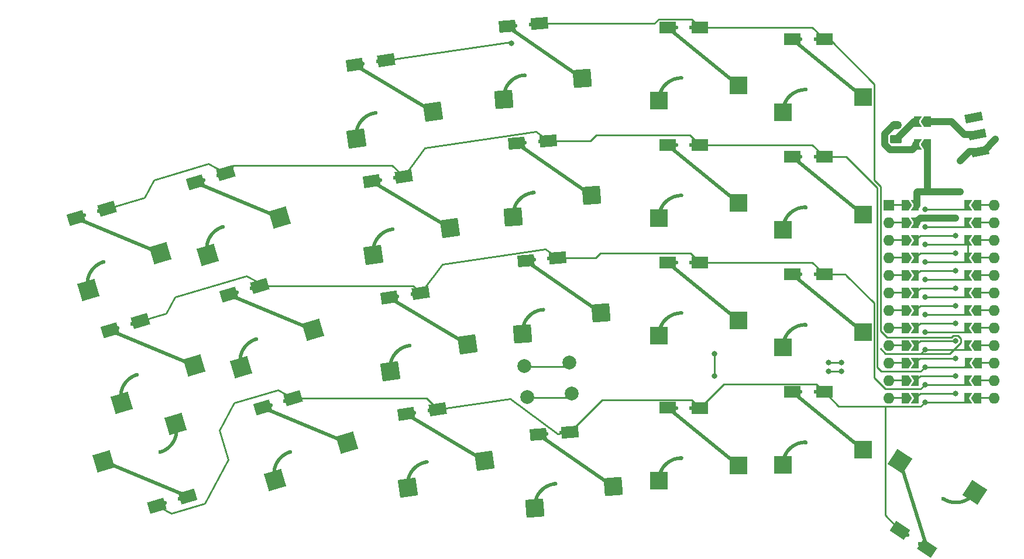
<source format=gbr>
%TF.GenerationSoftware,KiCad,Pcbnew,6.0.11-2627ca5db0~126~ubuntu22.04.1*%
%TF.CreationDate,2023-05-24T00:13:44-05:00*%
%TF.ProjectId,pcb,7063622e-6b69-4636-9164-5f7063625858,rev?*%
%TF.SameCoordinates,Original*%
%TF.FileFunction,Copper,L1,Top*%
%TF.FilePolarity,Positive*%
%FSLAX46Y46*%
G04 Gerber Fmt 4.6, Leading zero omitted, Abs format (unit mm)*
G04 Created by KiCad (PCBNEW 6.0.11-2627ca5db0~126~ubuntu22.04.1) date 2023-05-24 00:13:44*
%MOMM*%
%LPD*%
G01*
G04 APERTURE LIST*
G04 Aperture macros list*
%AMRoundRect*
0 Rectangle with rounded corners*
0 $1 Rounding radius*
0 $2 $3 $4 $5 $6 $7 $8 $9 X,Y pos of 4 corners*
0 Add a 4 corners polygon primitive as box body*
4,1,4,$2,$3,$4,$5,$6,$7,$8,$9,$2,$3,0*
0 Add four circle primitives for the rounded corners*
1,1,$1+$1,$2,$3*
1,1,$1+$1,$4,$5*
1,1,$1+$1,$6,$7*
1,1,$1+$1,$8,$9*
0 Add four rect primitives between the rounded corners*
20,1,$1+$1,$2,$3,$4,$5,0*
20,1,$1+$1,$4,$5,$6,$7,0*
20,1,$1+$1,$6,$7,$8,$9,0*
20,1,$1+$1,$8,$9,$2,$3,0*%
%AMRotRect*
0 Rectangle, with rotation*
0 The origin of the aperture is its center*
0 $1 length*
0 $2 width*
0 $3 Rotation angle, in degrees counterclockwise*
0 Add horizontal line*
21,1,$1,$2,0,0,$3*%
%AMFreePoly0*
4,1,11,-9.025000,7.692620,-1.188613,1.300000,1.300000,1.300000,1.300000,-1.300000,-1.300000,-1.300000,-1.300000,0.730114,-9.616019,7.514000,-11.418000,7.514000,-11.418000,9.214000,-9.025000,9.214000,-9.025000,7.692620,-9.025000,7.692620,$1*%
%AMFreePoly1*
4,1,39,3.372967,3.511513,3.456019,3.456019,3.511513,3.372967,3.531000,3.275000,3.511513,3.177033,3.456019,3.093981,3.372967,3.038487,3.275000,3.019000,3.258515,3.022279,2.958996,3.006582,2.646453,2.957080,2.340797,2.875180,2.045377,2.761779,1.763428,2.618119,1.498041,2.445774,1.252122,2.246633,1.028367,2.022878,0.829226,1.776959,0.656881,1.511572,0.549080,1.300000,
1.300000,1.300000,1.300000,-1.300000,-1.300000,-1.300000,-1.300000,1.300000,-0.005558,1.300000,0.012781,1.351255,0.160936,1.664502,0.339081,1.961718,0.545500,2.240043,0.778206,2.496794,1.034957,2.729500,1.313282,2.935919,1.610498,3.114064,1.923745,3.262219,2.250005,3.378956,2.586136,3.463153,2.928901,3.513997,3.275000,3.531000,3.372967,3.511513,3.372967,3.511513,
$1*%
%AMFreePoly2*
4,1,15,0.500000,0.127000,2.540000,0.127000,2.576070,0.121770,2.636138,0.082984,2.665733,0.017894,2.655473,-0.052868,2.608611,-0.106872,2.540000,-0.127000,0.500000,-0.127000,0.500000,-0.750000,-0.500000,-0.750000,-1.000000,0.000000,-0.500000,0.750000,0.500000,0.750000,0.500000,0.127000,0.500000,0.127000,$1*%
%AMFreePoly3*
4,1,6,0.150000,0.000000,0.650000,-0.750000,-0.500000,-0.750000,-0.500000,0.750000,0.650000,0.750000,0.150000,0.000000,0.150000,0.000000,$1*%
%AMFreePoly4*
4,1,6,1.000000,0.000000,0.500000,-0.750000,-0.500000,-0.750000,-0.500000,0.750000,0.500000,0.750000,1.000000,0.000000,1.000000,0.000000,$1*%
%AMFreePoly5*
4,1,6,0.500000,-0.750000,-0.650000,-0.750000,-0.150000,0.000000,-0.650000,0.750000,0.500000,0.750000,0.500000,-0.750000,0.500000,-0.750000,$1*%
G04 Aperture macros list end*
%TA.AperFunction,SMDPad,CuDef*%
%ADD10FreePoly0,0.000000*%
%TD*%
%TA.AperFunction,ComponentPad*%
%ADD11C,0.600000*%
%TD*%
%TA.AperFunction,SMDPad,CuDef*%
%ADD12FreePoly1,0.000000*%
%TD*%
%TA.AperFunction,SMDPad,CuDef*%
%ADD13R,2.456000X1.700000*%
%TD*%
%TA.AperFunction,SMDPad,CuDef*%
%ADD14FreePoly0,146.600000*%
%TD*%
%TA.AperFunction,SMDPad,CuDef*%
%ADD15FreePoly1,146.600000*%
%TD*%
%TA.AperFunction,SMDPad,CuDef*%
%ADD16RotRect,2.456000X1.700000X146.600000*%
%TD*%
%TA.AperFunction,ComponentPad*%
%ADD17O,1.600000X1.600000*%
%TD*%
%TA.AperFunction,SMDPad,CuDef*%
%ADD18FreePoly2,0.000000*%
%TD*%
%TA.AperFunction,SMDPad,CuDef*%
%ADD19FreePoly2,180.000000*%
%TD*%
%TA.AperFunction,ComponentPad*%
%ADD20R,1.600000X1.600000*%
%TD*%
%TA.AperFunction,SMDPad,CuDef*%
%ADD21FreePoly3,0.000000*%
%TD*%
%TA.AperFunction,SMDPad,CuDef*%
%ADD22FreePoly3,180.000000*%
%TD*%
%TA.AperFunction,SMDPad,CuDef*%
%ADD23RotRect,1.250000X2.500000X101.200000*%
%TD*%
%TA.AperFunction,SMDPad,CuDef*%
%ADD24FreePoly0,4.470000*%
%TD*%
%TA.AperFunction,SMDPad,CuDef*%
%ADD25FreePoly1,4.470000*%
%TD*%
%TA.AperFunction,SMDPad,CuDef*%
%ADD26RotRect,2.456000X1.700000X4.470000*%
%TD*%
%TA.AperFunction,SMDPad,CuDef*%
%ADD27FreePoly0,16.600000*%
%TD*%
%TA.AperFunction,SMDPad,CuDef*%
%ADD28FreePoly1,16.600000*%
%TD*%
%TA.AperFunction,SMDPad,CuDef*%
%ADD29RotRect,2.456000X1.700000X16.600000*%
%TD*%
%TA.AperFunction,SMDPad,CuDef*%
%ADD30FreePoly0,8.360000*%
%TD*%
%TA.AperFunction,SMDPad,CuDef*%
%ADD31FreePoly1,8.360000*%
%TD*%
%TA.AperFunction,SMDPad,CuDef*%
%ADD32RotRect,2.456000X1.700000X8.360000*%
%TD*%
%TA.AperFunction,ComponentPad*%
%ADD33RoundRect,0.250000X0.625000X-0.350000X0.625000X0.350000X-0.625000X0.350000X-0.625000X-0.350000X0*%
%TD*%
%TA.AperFunction,ComponentPad*%
%ADD34O,1.750000X1.200000*%
%TD*%
%TA.AperFunction,SMDPad,CuDef*%
%ADD35FreePoly0,196.600000*%
%TD*%
%TA.AperFunction,SMDPad,CuDef*%
%ADD36FreePoly1,196.600000*%
%TD*%
%TA.AperFunction,SMDPad,CuDef*%
%ADD37RotRect,2.456000X1.700000X196.600000*%
%TD*%
%TA.AperFunction,SMDPad,CuDef*%
%ADD38FreePoly4,180.000000*%
%TD*%
%TA.AperFunction,SMDPad,CuDef*%
%ADD39FreePoly5,180.000000*%
%TD*%
%TA.AperFunction,ComponentPad*%
%ADD40C,2.000000*%
%TD*%
%TA.AperFunction,ViaPad*%
%ADD41C,0.800000*%
%TD*%
%TA.AperFunction,Conductor*%
%ADD42C,0.250000*%
%TD*%
%TA.AperFunction,Conductor*%
%ADD43C,1.000000*%
%TD*%
G04 APERTURE END LIST*
D10*
%TO.P,K40,*%
%TO.N,*%
X170120299Y-113808528D03*
D11*
X161095299Y-105444528D03*
%TO.P,K40,1,A*%
%TO.N,Col4*%
X161845299Y-112733528D03*
D12*
X158570299Y-116008528D03*
D13*
%TO.P,K40,2,B*%
%TO.N,Row0*%
X164523299Y-105444528D03*
D11*
X163295299Y-105444528D03*
%TD*%
%TO.P,K50,*%
%TO.N,*%
X179095307Y-103154977D03*
D10*
X188120307Y-111518977D03*
D11*
%TO.P,K50,1,A*%
%TO.N,Col5*%
X179845307Y-110443977D03*
D12*
X176570307Y-113718977D03*
D13*
%TO.P,K50,2,B*%
%TO.N,Row0*%
X182523307Y-103154977D03*
D11*
X181295307Y-103154977D03*
%TD*%
D14*
%TO.P,K60,*%
%TO.N,*%
X193453665Y-113150804D03*
D11*
X196383946Y-125101561D03*
%TO.P,K60,1,A*%
%TO.N,Col6*%
X199770264Y-118603494D03*
D15*
X204307215Y-117672192D03*
D16*
%TO.P,K60,2,B*%
%TO.N,Row0*%
X193522087Y-123214513D03*
D11*
X194547280Y-123890503D03*
%TD*%
D17*
%TO.P,U1,*%
%TO.N,*%
X191848922Y-96463170D03*
D18*
X204728922Y-91383170D03*
D17*
X207088922Y-101543170D03*
D18*
X204728922Y-83763170D03*
D17*
X191848922Y-93923170D03*
D18*
X204728922Y-96463170D03*
D19*
X194208922Y-104083170D03*
X194208922Y-91383170D03*
D17*
X207088922Y-83763170D03*
D18*
X204728922Y-88843170D03*
D19*
X194208922Y-76143170D03*
D18*
X204728922Y-81223170D03*
D19*
X194219247Y-86290829D03*
D18*
X204802922Y-99003170D03*
D17*
X207088922Y-99003170D03*
X191848922Y-101543170D03*
X191848922Y-86303170D03*
D19*
X194208922Y-83763170D03*
D18*
X204728922Y-78683170D03*
D17*
X191848922Y-78683170D03*
X207088922Y-91383170D03*
X191848922Y-104083170D03*
D19*
X194211122Y-99003170D03*
D17*
X207088922Y-78683170D03*
D19*
X194208922Y-78683170D03*
D20*
X191848922Y-76143170D03*
D19*
X194208922Y-88843170D03*
D17*
X207088922Y-104083170D03*
X207088922Y-81223170D03*
D18*
X204728922Y-76143170D03*
D17*
X191848922Y-81223170D03*
X207088922Y-96463170D03*
D18*
X204728922Y-86303170D03*
D19*
X194208922Y-81223170D03*
D17*
X191848922Y-99003170D03*
D18*
X204728922Y-93923170D03*
D19*
X194208922Y-93923170D03*
D17*
X207088922Y-86303170D03*
X207088922Y-93923170D03*
D18*
X204728922Y-104083170D03*
D17*
X191848922Y-83763170D03*
X191848922Y-88843170D03*
X191848922Y-91383170D03*
X207088922Y-88843170D03*
X207088922Y-76143170D03*
D18*
X204728922Y-101543170D03*
D19*
X194208922Y-96463170D03*
X194208922Y-101543170D03*
D21*
%TO.P,U1,1,TX0/P0.06*%
%TO.N,unconnected-(U1-Pad1)*%
X203278922Y-76143170D03*
%TO.P,U1,2,RX1/P0.08*%
%TO.N,unconnected-(U1-Pad2)*%
X203278922Y-78683170D03*
%TO.P,U1,3,GND*%
%TO.N,GND*%
X203278922Y-81223170D03*
%TO.P,U1,4,GND*%
X203278922Y-83763170D03*
%TO.P,U1,5,P0.17*%
%TO.N,unconnected-(U1-Pad5)*%
X203278922Y-86303170D03*
%TO.P,U1,6,P0.20*%
%TO.N,unconnected-(U1-Pad6)*%
X203278922Y-88843170D03*
%TO.P,U1,7,P0.22*%
%TO.N,unconnected-(U1-Pad7)*%
X203278922Y-91383170D03*
%TO.P,U1,8,P0.24*%
%TO.N,unconnected-(U1-Pad8)*%
X203278922Y-93923170D03*
%TO.P,U1,9,P1.00*%
%TO.N,Row3*%
X203278922Y-96463170D03*
%TO.P,U1,10,P0.11*%
%TO.N,Row2*%
X203355122Y-99003170D03*
%TO.P,U1,11,P1.04*%
%TO.N,Row1*%
X203278922Y-101543170D03*
%TO.P,U1,12,P1.06*%
%TO.N,Row0*%
X203278922Y-104083170D03*
D22*
%TO.P,U1,13,NFC1/P0.09*%
%TO.N,unconnected-(U1-Pad13)*%
X195658922Y-104083170D03*
%TO.P,U1,14,NFC2/P0.10*%
%TO.N,Col6*%
X195658922Y-101543170D03*
%TO.P,U1,15,P1.11*%
%TO.N,Col0*%
X195658922Y-99003170D03*
%TO.P,U1,16,P1.13*%
%TO.N,Col1*%
X195658922Y-96463170D03*
%TO.P,U1,17,P1.15*%
%TO.N,Col2*%
X195658922Y-93923170D03*
%TO.P,U1,18,AIN0/P0.02*%
%TO.N,Col3*%
X195658922Y-91383170D03*
%TO.P,U1,19,AIN5/P0.29*%
%TO.N,Col4*%
X195658922Y-88843170D03*
%TO.P,U1,20,AIN7/P0.31*%
%TO.N,Col5*%
X195669247Y-86290829D03*
%TO.P,U1,21,VCC*%
%TO.N,unconnected-(U1-Pad21)*%
X195658922Y-83763170D03*
%TO.P,U1,22,RST*%
%TO.N,Net-(U1-Pad22)*%
X195658922Y-81223170D03*
%TO.P,U1,23,GND*%
%TO.N,GND*%
X195658922Y-78683170D03*
%TO.P,U1,24,BATIN/P0.04*%
%TO.N,Net-(U1-Pad24)*%
X195658922Y-76143170D03*
%TD*%
D23*
%TO.P,SW2,1,A*%
%TO.N,GND*%
X205100838Y-68275471D03*
%TO.P,SW2,2,B*%
%TO.N,Net-(SW2-Pad2)*%
X204615252Y-65823083D03*
%TO.P,SW2,3,C*%
%TO.N,unconnected-(SW2-Pad3)*%
X204129666Y-63370696D03*
%TD*%
D24*
%TO.P,K31,*%
%TO.N,*%
X150177118Y-91654786D03*
D11*
X140527704Y-84019609D03*
D25*
%TO.P,K31,1,A*%
%TO.N,Col3*%
X138833711Y-94748268D03*
D11*
X141843506Y-91227985D03*
D26*
%TO.P,K31,2,B*%
%TO.N,Row1*%
X143945276Y-83752441D03*
D11*
X142721012Y-83848148D03*
%TD*%
%TO.P,K02,*%
%TO.N,*%
X75448339Y-77576452D03*
D27*
X86486698Y-83013524D03*
D28*
%TO.P,K02,1,A*%
%TO.N,Col0*%
X76046586Y-88421535D03*
D11*
X78249463Y-84347399D03*
%TO.P,K02,2,B*%
%TO.N,Row2*%
X77556649Y-76947938D03*
D29*
X78733469Y-76597112D03*
%TD*%
D10*
%TO.P,K43,*%
%TO.N,*%
X170120298Y-58748527D03*
D11*
X161095298Y-50384527D03*
D12*
%TO.P,K43,1,A*%
%TO.N,Col4*%
X158570298Y-60948527D03*
D11*
X161845298Y-57673527D03*
D13*
%TO.P,K43,2,B*%
%TO.N,Row3*%
X164523298Y-50384527D03*
D11*
X163295298Y-50384527D03*
%TD*%
%TO.P,K21,*%
%TO.N,*%
X120735051Y-89314527D03*
D30*
X130880214Y-96277486D03*
D11*
%TO.P,K21,1,A*%
%TO.N,Col2*%
X122536847Y-96417031D03*
D31*
X119772806Y-100133391D03*
D32*
%TO.P,K21,2,B*%
%TO.N,Row1*%
X124126625Y-88816122D03*
D11*
X122911674Y-88994664D03*
%TD*%
D10*
%TO.P,K53,*%
%TO.N,*%
X188120307Y-60458976D03*
D11*
X179095307Y-52094976D03*
%TO.P,K53,1,A*%
%TO.N,Col5*%
X179845307Y-59383976D03*
D12*
X176570307Y-62658976D03*
D13*
%TO.P,K53,2,B*%
%TO.N,Row3*%
X182523307Y-52094976D03*
D11*
X181295307Y-52094976D03*
%TD*%
%TO.P,K22,*%
%TO.N,*%
X118260472Y-72475381D03*
D30*
X128405635Y-79438340D03*
D11*
%TO.P,K22,1,A*%
%TO.N,Col2*%
X120062268Y-79577885D03*
D31*
X117298227Y-83294245D03*
D32*
%TO.P,K22,2,B*%
%TO.N,Row2*%
X121652046Y-71976976D03*
D11*
X120437095Y-72155518D03*
%TD*%
%TO.P,K01,*%
%TO.N,*%
X80310755Y-93887102D03*
D27*
X91349114Y-99324174D03*
D11*
%TO.P,K01,1,A*%
%TO.N,Col0*%
X83111879Y-100658049D03*
D28*
X80909002Y-104732185D03*
D29*
%TO.P,K01,2,B*%
%TO.N,Row1*%
X83595885Y-92907762D03*
D11*
X82419065Y-93258588D03*
%TD*%
%TO.P,K42,*%
%TO.N,*%
X161095299Y-67404528D03*
D10*
X170120299Y-75768528D03*
D12*
%TO.P,K42,1,A*%
%TO.N,Col4*%
X158570299Y-77968528D03*
D11*
X161845299Y-74693528D03*
%TO.P,K42,2,B*%
%TO.N,Row2*%
X163295299Y-67404528D03*
D13*
X164523299Y-67404528D03*
%TD*%
D11*
%TO.P,K12,*%
%TO.N,*%
X92698145Y-72434062D03*
D27*
X103736504Y-77871134D03*
D11*
%TO.P,K12,1,A*%
%TO.N,Col1*%
X95499269Y-79205009D03*
D28*
X93296392Y-83279145D03*
D11*
%TO.P,K12,2,B*%
%TO.N,Row2*%
X94806455Y-71805548D03*
D29*
X95983275Y-71454722D03*
%TD*%
D33*
%TO.P,J1,1,Pin_1*%
%TO.N,Net-(J1-Pad1)*%
X192876000Y-66532000D03*
D34*
%TO.P,J1,2,Pin_2*%
%TO.N,Net-(J1-Pad2)*%
X192876000Y-64532000D03*
%TD*%
D11*
%TO.P,K41,*%
%TO.N,*%
X161095300Y-84424528D03*
D10*
X170120300Y-92788528D03*
D11*
%TO.P,K41,1,A*%
%TO.N,Col4*%
X161845300Y-91713528D03*
D12*
X158570300Y-94988528D03*
D11*
%TO.P,K41,2,B*%
%TO.N,Row1*%
X163295300Y-84424528D03*
D13*
X164523300Y-84424528D03*
%TD*%
D27*
%TO.P,K11,*%
%TO.N,*%
X108598920Y-94181784D03*
D11*
X97560561Y-88744712D03*
D28*
%TO.P,K11,1,A*%
%TO.N,Col1*%
X98158808Y-99589795D03*
D11*
X100361685Y-95515659D03*
%TO.P,K11,2,B*%
%TO.N,Row1*%
X99668871Y-88116198D03*
D29*
X100845691Y-87765372D03*
%TD*%
D11*
%TO.P,K51,*%
%TO.N,*%
X179095307Y-86134978D03*
D10*
X188120307Y-94498978D03*
D11*
%TO.P,K51,1,A*%
%TO.N,Col5*%
X179845307Y-93423978D03*
D12*
X176570307Y-96698978D03*
D11*
%TO.P,K51,2,B*%
%TO.N,Row1*%
X181295307Y-86134978D03*
D13*
X182523307Y-86134978D03*
%TD*%
D24*
%TO.P,K33,*%
%TO.N,*%
X147524138Y-57718327D03*
D11*
X137874724Y-50083150D03*
%TO.P,K33,1,A*%
%TO.N,Col3*%
X139190526Y-57291526D03*
D25*
X136180731Y-60811809D03*
D26*
%TO.P,K33,2,B*%
%TO.N,Row3*%
X141292296Y-49815982D03*
D11*
X140068032Y-49911689D03*
%TD*%
D35*
%TO.P,K00,*%
%TO.N,*%
X78208628Y-113175548D03*
D11*
X89246987Y-118612620D03*
D36*
%TO.P,K00,1,A*%
%TO.N,Col0*%
X88648740Y-107767537D03*
D11*
X86445863Y-111841673D03*
D37*
%TO.P,K00,2,B*%
%TO.N,Row0*%
X85961857Y-119591960D03*
D11*
X87138677Y-119241134D03*
%TD*%
D38*
%TO.P,JP4,1,A*%
%TO.N,Net-(U1-Pad24)*%
X197458940Y-67285120D03*
D39*
%TO.P,JP4,2,B*%
%TO.N,Net-(J1-Pad2)*%
X196008940Y-67285120D03*
%TD*%
D30*
%TO.P,K20,*%
%TO.N,*%
X133354791Y-113116634D03*
D11*
X123209628Y-106153675D03*
D31*
%TO.P,K20,1,A*%
%TO.N,Col2*%
X122247383Y-116972539D03*
D11*
X125011424Y-113256179D03*
D32*
%TO.P,K20,2,B*%
%TO.N,Row0*%
X126601202Y-105655270D03*
D11*
X125386251Y-105833812D03*
%TD*%
%TO.P,K32,*%
%TO.N,*%
X139201215Y-67051379D03*
D24*
X148850629Y-74686556D03*
D11*
%TO.P,K32,1,A*%
%TO.N,Col3*%
X140517017Y-74259755D03*
D25*
X137507222Y-77780038D03*
D26*
%TO.P,K32,2,B*%
%TO.N,Row2*%
X142618787Y-66784211D03*
D11*
X141394523Y-66879918D03*
%TD*%
%TO.P,K23,*%
%TO.N,*%
X115785894Y-55636235D03*
D30*
X125931057Y-62599194D03*
D11*
%TO.P,K23,1,A*%
%TO.N,Col2*%
X117587690Y-62738739D03*
D31*
X114823649Y-66455099D03*
D32*
%TO.P,K23,2,B*%
%TO.N,Row3*%
X119177468Y-55137830D03*
D11*
X117962517Y-55316372D03*
%TD*%
%TO.P,K30,*%
%TO.N,*%
X142304172Y-109212830D03*
D24*
X151953586Y-116848007D03*
D25*
%TO.P,K30,1,A*%
%TO.N,Col3*%
X140610179Y-119941489D03*
D11*
X143619974Y-116421206D03*
D26*
%TO.P,K30,2,B*%
%TO.N,Row0*%
X145721744Y-108945662D03*
D11*
X144497480Y-109041369D03*
%TD*%
D27*
%TO.P,K10,*%
%TO.N,*%
X113461337Y-110492434D03*
D11*
X102422978Y-105055362D03*
%TO.P,K10,1,A*%
%TO.N,Col1*%
X105224102Y-111826309D03*
D28*
X103021225Y-115900445D03*
D11*
%TO.P,K10,2,B*%
%TO.N,Row0*%
X104531288Y-104426848D03*
D29*
X105708108Y-104076022D03*
%TD*%
D38*
%TO.P,JP1,1,A*%
%TO.N,Net-(SW2-Pad2)*%
X197458940Y-63983120D03*
D39*
%TO.P,JP1,2,B*%
%TO.N,Net-(J1-Pad1)*%
X196008940Y-63983120D03*
%TD*%
D11*
%TO.P,K52,*%
%TO.N,*%
X179095308Y-69114976D03*
D10*
X188120308Y-77478976D03*
D12*
%TO.P,K52,1,A*%
%TO.N,Col5*%
X176570308Y-79678976D03*
D11*
X179845308Y-76403976D03*
D13*
%TO.P,K52,2,B*%
%TO.N,Row2*%
X182523308Y-69114976D03*
D11*
X181295308Y-69114976D03*
%TD*%
D40*
%TO.P,SW1,1,1*%
%TO.N,Net-(U1-Pad22)*%
X145645247Y-98882886D03*
X139165018Y-99389477D03*
%TO.P,SW1,2,2*%
%TO.N,GND*%
X139515735Y-103875789D03*
X145995964Y-103369198D03*
%TD*%
D41*
%TO.N,GND*%
X197080246Y-81737886D03*
X185015246Y-100152886D03*
X201525247Y-77927886D03*
X183110247Y-100152886D03*
X202160246Y-69672886D03*
X207312879Y-66558939D03*
X197080247Y-84277887D03*
%TO.N,Col0*%
X201525246Y-98247886D03*
%TO.N,Row0*%
X197080246Y-104597886D03*
%TO.N,Row1*%
X197080247Y-102057886D03*
%TO.N,Row2*%
X197080246Y-99517887D03*
%TO.N,Row3*%
X137283927Y-52670967D03*
X197080247Y-96977886D03*
%TO.N,Col1*%
X201525247Y-95707886D03*
%TO.N,Col2*%
X201525246Y-93167886D03*
%TO.N,Col3*%
X201525247Y-90627886D03*
%TO.N,Col4*%
X201525246Y-88087886D03*
X166600247Y-100787886D03*
X166600247Y-97612886D03*
%TO.N,Col5*%
X201525247Y-85547886D03*
%TO.N,Col6*%
X201525247Y-100787886D03*
%TO.N,unconnected-(U1-Pad1)*%
X197080246Y-76657887D03*
%TO.N,unconnected-(U1-Pad2)*%
X197080247Y-79197886D03*
%TO.N,unconnected-(U1-Pad5)*%
X197080247Y-86817886D03*
%TO.N,unconnected-(U1-Pad6)*%
X197080246Y-89357886D03*
%TO.N,unconnected-(U1-Pad7)*%
X197080247Y-91897886D03*
%TO.N,unconnected-(U1-Pad8)*%
X197080246Y-94437886D03*
%TO.N,unconnected-(U1-Pad13)*%
X201525246Y-103327886D03*
%TO.N,unconnected-(U1-Pad21)*%
X201525247Y-83007886D03*
%TO.N,Net-(U1-Pad24)*%
X202160247Y-74117886D03*
X197715247Y-74117886D03*
%TO.N,Net-(U1-Pad22)*%
X185015247Y-98882886D03*
X183110246Y-98882886D03*
X201525247Y-80467886D03*
%TO.N,Net-(SW2-Pad2)*%
X202767023Y-65823084D03*
%TD*%
D42*
%TO.N,GND*%
X183110247Y-100152886D02*
X185015246Y-100152886D01*
X197080247Y-84277887D02*
X202764206Y-84277886D01*
D43*
X205100837Y-68275472D02*
X203557662Y-68275471D01*
D42*
X145451761Y-103980393D02*
X145958353Y-103473802D01*
X202764207Y-81737887D02*
X203278923Y-81223170D01*
D43*
X205596347Y-68275471D02*
X207312879Y-66558939D01*
D42*
X197080246Y-81737886D02*
X202764207Y-81737887D01*
D43*
X203557662Y-68275471D02*
X202160246Y-69672886D01*
D42*
X202764206Y-84277886D02*
X203278923Y-83763170D01*
X203278923Y-81223170D02*
X203278923Y-83763170D01*
X139478123Y-103980393D02*
X145451761Y-103980393D01*
D43*
X196414207Y-77927886D02*
X195908443Y-78433651D01*
X195908443Y-78433651D02*
X195908442Y-78683170D01*
X205100838Y-68275473D02*
X205596347Y-68275471D01*
X201525247Y-77927886D02*
X196414207Y-77927886D01*
D42*
%TO.N,Col0*%
X196339206Y-98247886D02*
X195583923Y-99003170D01*
X201525246Y-98247886D02*
X196339206Y-98247886D01*
%TO.N,Row0*%
X137069442Y-104116922D02*
X143918219Y-109210698D01*
X181348788Y-101980458D02*
X182523306Y-103154978D01*
X191337319Y-105207681D02*
X184576011Y-105207681D01*
X197080246Y-104597886D02*
X202764207Y-104597886D01*
X163348781Y-104270009D02*
X164523298Y-105444528D01*
X126601201Y-105655270D02*
X137069442Y-104116922D01*
X88031715Y-120711127D02*
X92860115Y-119271719D01*
X85961857Y-119591959D02*
X88031715Y-120711127D01*
X125021955Y-104076022D02*
X126601202Y-105655270D01*
X145721745Y-108945661D02*
X150397396Y-104270008D01*
X193522087Y-123214513D02*
X191327738Y-121020164D01*
X92860115Y-119271719D02*
X96277096Y-112952143D01*
X95007212Y-108692399D02*
X97142825Y-104742665D01*
X184576011Y-105207681D02*
X182523307Y-103154977D01*
X167987372Y-101980456D02*
X181348788Y-101980458D01*
X196470452Y-105207681D02*
X191337319Y-105207681D01*
X191327738Y-121020164D02*
X191327738Y-105217262D01*
X164523298Y-105444528D02*
X167987372Y-101980456D01*
X103458758Y-102859803D02*
X105708107Y-104076022D01*
X150397396Y-104270008D02*
X163348781Y-104270009D01*
X97142825Y-104742665D02*
X103458758Y-102859803D01*
X197080246Y-104597886D02*
X196470452Y-105207681D01*
X105708107Y-104076022D02*
X125021955Y-104076022D01*
X202764207Y-104597886D02*
X203278923Y-104083170D01*
X191327738Y-105217262D02*
X191337319Y-105207681D01*
X143918219Y-109210698D02*
X145721745Y-108945661D01*
X96277096Y-112952143D02*
X95007212Y-108692399D01*
%TO.N,Row1*%
X185722879Y-86243941D02*
X185613915Y-86134977D01*
X123075875Y-87765372D02*
X124126625Y-88816122D01*
X149479377Y-83752441D02*
X143945275Y-83752442D01*
X83595885Y-92907763D02*
X87293191Y-91805548D01*
X100845691Y-87765372D02*
X123075875Y-87765372D01*
X87293191Y-91805548D02*
X88593489Y-89400697D01*
X142166567Y-82429528D02*
X143945276Y-83752441D01*
X182523306Y-86134978D02*
X180812858Y-84424528D01*
X88593489Y-89400697D02*
X98938581Y-86316691D01*
X191340041Y-102667682D02*
X189744819Y-101072458D01*
X189744819Y-101072458D02*
X189744819Y-90265880D01*
X180812858Y-84424528D02*
X164523301Y-84424528D01*
X202764207Y-102057886D02*
X203278922Y-101543171D01*
X197080247Y-102057886D02*
X202764207Y-102057886D01*
X150162880Y-83068940D02*
X149479377Y-83752441D01*
X185613915Y-86134977D02*
X182523306Y-86134978D01*
X98938581Y-86316691D02*
X100697308Y-87267631D01*
X189744819Y-90265880D02*
X185722879Y-86243941D01*
X127245863Y-84622184D02*
X142166567Y-82429528D01*
X196470451Y-102667681D02*
X191340041Y-102667682D01*
X124126625Y-88816122D02*
X127245863Y-84622184D01*
X163167712Y-83068941D02*
X150162880Y-83068940D01*
X100697308Y-87267631D02*
X100845691Y-87765372D01*
X164523301Y-84424528D02*
X163167712Y-83068941D01*
X197080247Y-102057886D02*
X196470451Y-102667681D01*
%TO.N,Row2*%
X202764206Y-99517886D02*
X203278923Y-99003170D01*
X120028955Y-70353887D02*
X121652045Y-71976976D01*
X97084110Y-70353886D02*
X120028955Y-70353887D01*
X148667608Y-66784211D02*
X142618785Y-66784210D01*
X93422923Y-70070344D02*
X95983275Y-71454722D01*
X190804133Y-100127681D02*
X190194338Y-99517886D01*
X84136589Y-74986372D02*
X85520967Y-72426020D01*
X164523300Y-67404529D02*
X163042712Y-65923939D01*
X180812859Y-67404528D02*
X164523300Y-67404529D01*
X197080246Y-99517887D02*
X196470452Y-100127681D01*
X85520967Y-72426020D02*
X93422923Y-70070344D01*
X78733469Y-76597112D02*
X84136589Y-74986372D01*
X163042712Y-65923939D02*
X149527879Y-65923941D01*
X185706843Y-69114978D02*
X182523308Y-69114977D01*
X182523308Y-69114977D02*
X180812859Y-67404528D01*
X121652048Y-71976977D02*
X124738191Y-67827533D01*
X185722879Y-69098940D02*
X185706843Y-69114978D01*
X196470452Y-100127681D02*
X190804133Y-100127681D01*
X124738191Y-67827533D02*
X140840077Y-65461299D01*
X190194338Y-99517886D02*
X190194338Y-73570399D01*
X95983276Y-71454721D02*
X97084110Y-70353886D01*
X190194338Y-73570399D02*
X185722879Y-69098940D01*
X149527879Y-65923941D02*
X148667608Y-66784211D01*
X140840077Y-65461299D02*
X142618787Y-66784211D01*
X197080246Y-99517887D02*
X202764206Y-99517886D01*
%TO.N,Row3*%
X189743360Y-72483702D02*
X190101395Y-72841737D01*
X163348781Y-49210007D02*
X158567878Y-49210008D01*
X190643859Y-96891499D02*
X191340041Y-97587681D01*
X190643858Y-73384201D02*
X190101395Y-72841737D01*
X137066176Y-52509015D02*
X137283927Y-52670967D01*
X202764207Y-96977887D02*
X203278922Y-96463170D01*
X189777746Y-62050558D02*
X189743360Y-62084945D01*
X196470451Y-97587681D02*
X197080247Y-96977886D01*
X191340041Y-97587681D02*
X196470451Y-97587681D01*
X158567878Y-49210008D02*
X157961905Y-49815983D01*
X191593819Y-95258366D02*
X190643858Y-94308406D01*
X189777747Y-58560387D02*
X189777746Y-62050558D01*
X200670066Y-97587681D02*
X202249757Y-96007989D01*
X201225144Y-94983375D02*
X200950153Y-95258367D01*
X180812858Y-50384527D02*
X164523300Y-50384528D01*
X157961905Y-49815983D02*
X141292296Y-49815983D01*
X191340041Y-97587681D02*
X200670066Y-97587681D01*
X200950153Y-95258367D02*
X191593819Y-95258366D01*
X119177470Y-55137831D02*
X137066176Y-52509015D01*
X189743360Y-62084945D02*
X189743360Y-72483702D01*
X190643858Y-94308406D02*
X190643858Y-73384201D01*
X164523300Y-50384528D02*
X163348781Y-49210007D01*
X197080247Y-96977886D02*
X202764207Y-96977887D01*
X183312337Y-52094976D02*
X189777747Y-58560387D01*
X202249757Y-96007989D02*
X202249758Y-95407783D01*
X182523307Y-52094976D02*
X183312337Y-52094976D01*
X201825350Y-94983375D02*
X201225144Y-94983375D01*
X182523307Y-52094976D02*
X180812858Y-50384527D01*
X202249758Y-95407783D02*
X201825350Y-94983375D01*
%TO.N,Col1*%
X201525247Y-95707886D02*
X196414207Y-95707886D01*
X196414207Y-95707886D02*
X195658922Y-96463171D01*
%TO.N,Col2*%
X201525246Y-93167886D02*
X196414206Y-93167886D01*
X196414206Y-93167886D02*
X195658923Y-93923170D01*
%TO.N,Col3*%
X201525247Y-90627886D02*
X196414207Y-90627886D01*
X196414207Y-90627886D02*
X195658922Y-91383170D01*
%TO.N,Col4*%
X201525246Y-88087886D02*
X196414207Y-88087886D01*
X196414207Y-88087886D02*
X195658923Y-88843170D01*
X166600247Y-97612886D02*
X166600247Y-100787886D01*
%TO.N,Col5*%
X201525247Y-85547886D02*
X196412191Y-85547886D01*
X196412191Y-85547886D02*
X195669247Y-86290829D01*
%TO.N,Col6*%
X196414207Y-100787886D02*
X195658922Y-101543170D01*
X201525247Y-100787886D02*
X196414207Y-100787886D01*
%TO.N,unconnected-(U1-Pad1)*%
X202764207Y-76657886D02*
X203278923Y-76143170D01*
X197080246Y-76657887D02*
X202764207Y-76657886D01*
%TO.N,unconnected-(U1-Pad2)*%
X197080247Y-79197886D02*
X202764206Y-79197886D01*
X202764206Y-79197886D02*
X203278922Y-78683171D01*
%TO.N,unconnected-(U1-Pad5)*%
X202764207Y-86817886D02*
X203278923Y-86303171D01*
X197080247Y-86817886D02*
X202764207Y-86817886D01*
%TO.N,unconnected-(U1-Pad6)*%
X197080246Y-89357886D02*
X202764206Y-89357887D01*
X202764206Y-89357887D02*
X203278923Y-88843170D01*
%TO.N,unconnected-(U1-Pad7)*%
X197080247Y-91897886D02*
X202764207Y-91897886D01*
X202764207Y-91897886D02*
X203278922Y-91383170D01*
%TO.N,unconnected-(U1-Pad8)*%
X197080246Y-94437886D02*
X202764206Y-94437886D01*
X202764206Y-94437886D02*
X203278923Y-93923170D01*
%TO.N,unconnected-(U1-Pad13)*%
X196414206Y-103327887D02*
X195658923Y-104083170D01*
X201525246Y-103327886D02*
X196414206Y-103327887D01*
%TO.N,unconnected-(U1-Pad21)*%
X201525247Y-83007886D02*
X196414207Y-83007886D01*
X196414207Y-83007886D02*
X195658923Y-83763170D01*
D43*
%TO.N,Net-(U1-Pad24)*%
X196006639Y-74117886D02*
X195908442Y-74216082D01*
X197715247Y-74117886D02*
X196006639Y-74117886D01*
X195908442Y-74216082D02*
X195908443Y-76143170D01*
X197458940Y-67285120D02*
X197458940Y-73861579D01*
X197458940Y-73861579D02*
X197715247Y-74117886D01*
X202160247Y-74117886D02*
X197715247Y-74117886D01*
%TO.N,Net-(J1-Pad2)*%
X195758940Y-67535120D02*
X195758940Y-67285120D01*
X192876000Y-64532000D02*
X192557497Y-64532000D01*
X195222060Y-68072000D02*
X195758940Y-67535120D01*
X192557497Y-64532000D02*
X191301000Y-65788497D01*
X191301000Y-67332000D02*
X192041000Y-68072000D01*
X191301000Y-65788497D02*
X191301000Y-67332000D01*
X192041000Y-68072000D02*
X195222060Y-68072000D01*
D42*
%TO.N,Net-(U1-Pad22)*%
X145101044Y-99494081D02*
X145607635Y-98987490D01*
X196414207Y-80467886D02*
X195658923Y-81223171D01*
X139127406Y-99494082D02*
X145101044Y-99494081D01*
X183110246Y-98882886D02*
X185015247Y-98882886D01*
X201525247Y-80467886D02*
X196414207Y-80467886D01*
D43*
%TO.N,Net-(J1-Pad1)*%
X192876000Y-66532000D02*
X192989478Y-66532000D01*
X195538358Y-63983120D02*
X195758940Y-63983120D01*
X192989478Y-66532000D02*
X195538358Y-63983120D01*
%TO.N,Net-(SW2-Pad2)*%
X197458940Y-63983120D02*
X200927059Y-63983120D01*
X200927059Y-63983120D02*
X202767023Y-65823084D01*
X202767023Y-65823084D02*
X204615251Y-65823083D01*
%TD*%
M02*

</source>
